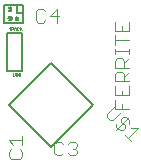
<source format=gto>
G75*
G70*
%OFA0B0*%
%FSLAX24Y24*%
%IPPOS*%
%LPD*%
%AMOC8*
5,1,8,0,0,1.08239X$1,22.5*
%
%ADD10C,0.0050*%
%ADD11C,0.0040*%
%ADD12C,0.0010*%
D10*
X003179Y002609D02*
X004571Y004001D01*
X003179Y005393D01*
X001787Y004001D01*
X003179Y002609D01*
X002220Y005138D02*
X001708Y005138D01*
X001708Y006398D01*
X002220Y006398D01*
X002220Y005138D01*
X002242Y006741D02*
X001612Y006741D01*
X001612Y007331D01*
X002045Y007331D01*
X002045Y007056D01*
X002242Y007056D01*
X002242Y006741D01*
X002077Y006823D02*
X002018Y006823D01*
X002006Y006835D01*
X002006Y006871D01*
X002029Y006894D01*
X002006Y006918D01*
X002006Y006941D01*
X002077Y006941D02*
X002077Y006823D01*
X001864Y006847D02*
X001864Y006918D01*
X001840Y006941D01*
X001805Y006941D01*
X001770Y006906D01*
X001746Y006906D01*
X001770Y006906D02*
X001770Y006953D01*
X001770Y006906D02*
X001793Y006906D01*
X001781Y006823D02*
X001840Y006823D01*
X001864Y006847D01*
X001840Y007119D02*
X001793Y007119D01*
X001770Y007142D01*
X001829Y007201D01*
X001793Y007201D01*
X001770Y007225D01*
X001770Y007237D01*
X001805Y007272D01*
X001840Y007272D01*
X001840Y007119D01*
X001651Y007331D02*
X002045Y007331D01*
X002242Y007331D01*
X002242Y007056D01*
D11*
X002145Y002210D02*
X001838Y002210D01*
X001762Y002287D01*
X001762Y002440D01*
X001838Y002517D01*
X001915Y002670D02*
X001762Y002824D01*
X002222Y002824D01*
X002222Y002977D02*
X002222Y002670D01*
X002145Y002517D02*
X002222Y002440D01*
X002222Y002287D01*
X002145Y002210D01*
X003282Y002387D02*
X003359Y002311D01*
X003512Y002311D01*
X003589Y002387D01*
X003742Y002387D02*
X003819Y002311D01*
X003972Y002311D01*
X004049Y002387D01*
X004049Y002464D01*
X003972Y002541D01*
X003896Y002541D01*
X003972Y002541D02*
X004049Y002618D01*
X004049Y002694D01*
X003972Y002771D01*
X003819Y002771D01*
X003742Y002694D01*
X003589Y002694D02*
X003512Y002771D01*
X003359Y002771D01*
X003282Y002694D01*
X003282Y002387D01*
X005030Y003593D02*
X005138Y003484D01*
X005247Y003484D01*
X005518Y003756D01*
X005532Y003861D02*
X005532Y004015D01*
X005301Y003973D02*
X005030Y003701D01*
X005030Y003593D01*
X005355Y003376D02*
X005355Y003267D01*
X005464Y003159D01*
X005572Y003159D01*
X005626Y003213D01*
X005626Y003321D01*
X005518Y003430D01*
X005518Y003538D01*
X005572Y003593D01*
X005681Y003593D01*
X005789Y003484D01*
X005789Y003376D01*
X005843Y003213D02*
X006060Y003213D01*
X005735Y002887D01*
X005843Y002779D02*
X005626Y002996D01*
X005355Y003159D02*
X005789Y003593D01*
X005762Y003861D02*
X005302Y003861D01*
X005302Y004168D01*
X005302Y004322D02*
X005762Y004322D01*
X005762Y004629D01*
X005762Y004782D02*
X005302Y004782D01*
X005302Y005012D01*
X005378Y005089D01*
X005532Y005089D01*
X005609Y005012D01*
X005609Y004782D01*
X005609Y004936D02*
X005762Y005089D01*
X005762Y005242D02*
X005302Y005242D01*
X005302Y005473D01*
X005378Y005549D01*
X005532Y005549D01*
X005609Y005473D01*
X005609Y005242D01*
X005609Y005396D02*
X005762Y005549D01*
X005762Y005703D02*
X005762Y005856D01*
X005762Y005779D02*
X005302Y005779D01*
X005302Y005703D02*
X005302Y005856D01*
X005302Y006010D02*
X005302Y006317D01*
X005302Y006470D02*
X005762Y006470D01*
X005762Y006777D01*
X005532Y006623D02*
X005532Y006470D01*
X005302Y006470D02*
X005302Y006777D01*
X005302Y006163D02*
X005762Y006163D01*
X005302Y004629D02*
X005302Y004322D01*
X005532Y004322D02*
X005532Y004475D01*
X003365Y006741D02*
X003365Y007201D01*
X003135Y006971D01*
X003441Y006971D01*
X002981Y007124D02*
X002904Y007201D01*
X002751Y007201D01*
X002674Y007124D01*
X002674Y006817D01*
X002751Y006741D01*
X002904Y006741D01*
X002981Y006817D01*
D12*
X002193Y006590D02*
X002133Y006530D01*
X002148Y006545D02*
X002193Y006500D01*
X002133Y006500D02*
X002133Y006590D01*
X002101Y006575D02*
X002086Y006590D01*
X002056Y006590D01*
X002041Y006575D01*
X002041Y006515D01*
X002056Y006500D01*
X002086Y006500D01*
X002101Y006515D01*
X002009Y006500D02*
X002009Y006560D01*
X001979Y006590D01*
X001949Y006560D01*
X001949Y006500D01*
X001949Y006545D02*
X002009Y006545D01*
X001917Y006545D02*
X001902Y006530D01*
X001857Y006530D01*
X001857Y006500D02*
X001857Y006590D01*
X001902Y006590D01*
X001917Y006575D01*
X001917Y006545D01*
X001825Y006545D02*
X001765Y006545D01*
X001810Y006590D01*
X001810Y006500D01*
X002031Y005069D02*
X002031Y004949D01*
X002016Y004964D02*
X002046Y004964D01*
X002061Y004979D01*
X002061Y004994D01*
X002046Y005009D01*
X002016Y005009D01*
X002001Y005024D01*
X002001Y005039D01*
X002016Y005054D01*
X002046Y005054D01*
X002061Y005039D01*
X002094Y005039D02*
X002109Y005054D01*
X002139Y005054D01*
X002154Y005039D01*
X002154Y005024D01*
X002139Y005009D01*
X002154Y004994D01*
X002154Y004979D01*
X002139Y004964D01*
X002109Y004964D01*
X002094Y004979D01*
X002124Y005009D02*
X002139Y005009D01*
X002016Y004964D02*
X002001Y004979D01*
X001969Y004979D02*
X001969Y005054D01*
X001909Y005054D02*
X001909Y004979D01*
X001924Y004964D01*
X001954Y004964D01*
X001969Y004979D01*
M02*

</source>
